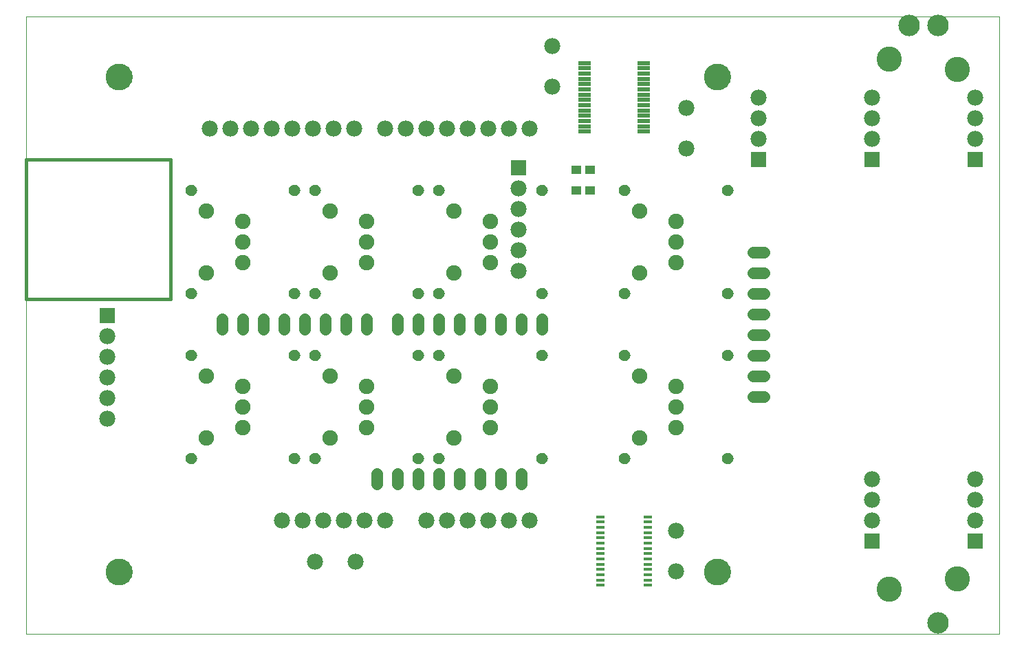
<source format=gbs>
G75*
G70*
%OFA0B0*%
%FSLAX24Y24*%
%IPPOS*%
%LPD*%
%AMOC8*
5,1,8,0,0,1.08239X$1,22.5*
%
%ADD10C,0.0000*%
%ADD11C,0.1300*%
%ADD12C,0.0160*%
%ADD13C,0.0749*%
%ADD14C,0.0552*%
%ADD15R,0.0430X0.0160*%
%ADD16R,0.0631X0.0197*%
%ADD17C,0.0780*%
%ADD18R,0.0473X0.0434*%
%ADD19C,0.1040*%
%ADD20C,0.1221*%
%ADD21R,0.0780X0.0780*%
%ADD22C,0.0560*%
D10*
X000180Y000180D02*
X000180Y016400D01*
X000180Y030101D01*
X047361Y030101D01*
X047361Y000180D01*
X000180Y000180D01*
X004050Y003180D02*
X004052Y003230D01*
X004058Y003280D01*
X004068Y003329D01*
X004082Y003377D01*
X004099Y003424D01*
X004120Y003469D01*
X004145Y003513D01*
X004173Y003554D01*
X004205Y003593D01*
X004239Y003630D01*
X004276Y003664D01*
X004316Y003694D01*
X004358Y003721D01*
X004402Y003745D01*
X004448Y003766D01*
X004495Y003782D01*
X004543Y003795D01*
X004593Y003804D01*
X004642Y003809D01*
X004693Y003810D01*
X004743Y003807D01*
X004792Y003800D01*
X004841Y003789D01*
X004889Y003774D01*
X004935Y003756D01*
X004980Y003734D01*
X005023Y003708D01*
X005064Y003679D01*
X005103Y003647D01*
X005139Y003612D01*
X005171Y003574D01*
X005201Y003534D01*
X005228Y003491D01*
X005251Y003447D01*
X005270Y003401D01*
X005286Y003353D01*
X005298Y003304D01*
X005306Y003255D01*
X005310Y003205D01*
X005310Y003155D01*
X005306Y003105D01*
X005298Y003056D01*
X005286Y003007D01*
X005270Y002959D01*
X005251Y002913D01*
X005228Y002869D01*
X005201Y002826D01*
X005171Y002786D01*
X005139Y002748D01*
X005103Y002713D01*
X005064Y002681D01*
X005023Y002652D01*
X004980Y002626D01*
X004935Y002604D01*
X004889Y002586D01*
X004841Y002571D01*
X004792Y002560D01*
X004743Y002553D01*
X004693Y002550D01*
X004642Y002551D01*
X004593Y002556D01*
X004543Y002565D01*
X004495Y002578D01*
X004448Y002594D01*
X004402Y002615D01*
X004358Y002639D01*
X004316Y002666D01*
X004276Y002696D01*
X004239Y002730D01*
X004205Y002767D01*
X004173Y002806D01*
X004145Y002847D01*
X004120Y002891D01*
X004099Y002936D01*
X004082Y002983D01*
X004068Y003031D01*
X004058Y003080D01*
X004052Y003130D01*
X004050Y003180D01*
X007924Y008680D02*
X007926Y008711D01*
X007932Y008742D01*
X007941Y008772D01*
X007954Y008801D01*
X007971Y008828D01*
X007991Y008852D01*
X008013Y008874D01*
X008039Y008893D01*
X008066Y008909D01*
X008095Y008921D01*
X008125Y008930D01*
X008156Y008935D01*
X008188Y008936D01*
X008219Y008933D01*
X008250Y008926D01*
X008280Y008916D01*
X008308Y008902D01*
X008334Y008884D01*
X008358Y008864D01*
X008379Y008840D01*
X008398Y008815D01*
X008413Y008787D01*
X008424Y008758D01*
X008432Y008727D01*
X008436Y008696D01*
X008436Y008664D01*
X008432Y008633D01*
X008424Y008602D01*
X008413Y008573D01*
X008398Y008545D01*
X008379Y008520D01*
X008358Y008496D01*
X008334Y008476D01*
X008308Y008458D01*
X008280Y008444D01*
X008250Y008434D01*
X008219Y008427D01*
X008188Y008424D01*
X008156Y008425D01*
X008125Y008430D01*
X008095Y008439D01*
X008066Y008451D01*
X008039Y008467D01*
X008013Y008486D01*
X007991Y008508D01*
X007971Y008532D01*
X007954Y008559D01*
X007941Y008588D01*
X007932Y008618D01*
X007926Y008649D01*
X007924Y008680D01*
X012924Y008680D02*
X012926Y008711D01*
X012932Y008742D01*
X012941Y008772D01*
X012954Y008801D01*
X012971Y008828D01*
X012991Y008852D01*
X013013Y008874D01*
X013039Y008893D01*
X013066Y008909D01*
X013095Y008921D01*
X013125Y008930D01*
X013156Y008935D01*
X013188Y008936D01*
X013219Y008933D01*
X013250Y008926D01*
X013280Y008916D01*
X013308Y008902D01*
X013334Y008884D01*
X013358Y008864D01*
X013379Y008840D01*
X013398Y008815D01*
X013413Y008787D01*
X013424Y008758D01*
X013432Y008727D01*
X013436Y008696D01*
X013436Y008664D01*
X013432Y008633D01*
X013424Y008602D01*
X013413Y008573D01*
X013398Y008545D01*
X013379Y008520D01*
X013358Y008496D01*
X013334Y008476D01*
X013308Y008458D01*
X013280Y008444D01*
X013250Y008434D01*
X013219Y008427D01*
X013188Y008424D01*
X013156Y008425D01*
X013125Y008430D01*
X013095Y008439D01*
X013066Y008451D01*
X013039Y008467D01*
X013013Y008486D01*
X012991Y008508D01*
X012971Y008532D01*
X012954Y008559D01*
X012941Y008588D01*
X012932Y008618D01*
X012926Y008649D01*
X012924Y008680D01*
X013924Y008680D02*
X013926Y008711D01*
X013932Y008742D01*
X013941Y008772D01*
X013954Y008801D01*
X013971Y008828D01*
X013991Y008852D01*
X014013Y008874D01*
X014039Y008893D01*
X014066Y008909D01*
X014095Y008921D01*
X014125Y008930D01*
X014156Y008935D01*
X014188Y008936D01*
X014219Y008933D01*
X014250Y008926D01*
X014280Y008916D01*
X014308Y008902D01*
X014334Y008884D01*
X014358Y008864D01*
X014379Y008840D01*
X014398Y008815D01*
X014413Y008787D01*
X014424Y008758D01*
X014432Y008727D01*
X014436Y008696D01*
X014436Y008664D01*
X014432Y008633D01*
X014424Y008602D01*
X014413Y008573D01*
X014398Y008545D01*
X014379Y008520D01*
X014358Y008496D01*
X014334Y008476D01*
X014308Y008458D01*
X014280Y008444D01*
X014250Y008434D01*
X014219Y008427D01*
X014188Y008424D01*
X014156Y008425D01*
X014125Y008430D01*
X014095Y008439D01*
X014066Y008451D01*
X014039Y008467D01*
X014013Y008486D01*
X013991Y008508D01*
X013971Y008532D01*
X013954Y008559D01*
X013941Y008588D01*
X013932Y008618D01*
X013926Y008649D01*
X013924Y008680D01*
X018924Y008680D02*
X018926Y008711D01*
X018932Y008742D01*
X018941Y008772D01*
X018954Y008801D01*
X018971Y008828D01*
X018991Y008852D01*
X019013Y008874D01*
X019039Y008893D01*
X019066Y008909D01*
X019095Y008921D01*
X019125Y008930D01*
X019156Y008935D01*
X019188Y008936D01*
X019219Y008933D01*
X019250Y008926D01*
X019280Y008916D01*
X019308Y008902D01*
X019334Y008884D01*
X019358Y008864D01*
X019379Y008840D01*
X019398Y008815D01*
X019413Y008787D01*
X019424Y008758D01*
X019432Y008727D01*
X019436Y008696D01*
X019436Y008664D01*
X019432Y008633D01*
X019424Y008602D01*
X019413Y008573D01*
X019398Y008545D01*
X019379Y008520D01*
X019358Y008496D01*
X019334Y008476D01*
X019308Y008458D01*
X019280Y008444D01*
X019250Y008434D01*
X019219Y008427D01*
X019188Y008424D01*
X019156Y008425D01*
X019125Y008430D01*
X019095Y008439D01*
X019066Y008451D01*
X019039Y008467D01*
X019013Y008486D01*
X018991Y008508D01*
X018971Y008532D01*
X018954Y008559D01*
X018941Y008588D01*
X018932Y008618D01*
X018926Y008649D01*
X018924Y008680D01*
X019924Y008680D02*
X019926Y008711D01*
X019932Y008742D01*
X019941Y008772D01*
X019954Y008801D01*
X019971Y008828D01*
X019991Y008852D01*
X020013Y008874D01*
X020039Y008893D01*
X020066Y008909D01*
X020095Y008921D01*
X020125Y008930D01*
X020156Y008935D01*
X020188Y008936D01*
X020219Y008933D01*
X020250Y008926D01*
X020280Y008916D01*
X020308Y008902D01*
X020334Y008884D01*
X020358Y008864D01*
X020379Y008840D01*
X020398Y008815D01*
X020413Y008787D01*
X020424Y008758D01*
X020432Y008727D01*
X020436Y008696D01*
X020436Y008664D01*
X020432Y008633D01*
X020424Y008602D01*
X020413Y008573D01*
X020398Y008545D01*
X020379Y008520D01*
X020358Y008496D01*
X020334Y008476D01*
X020308Y008458D01*
X020280Y008444D01*
X020250Y008434D01*
X020219Y008427D01*
X020188Y008424D01*
X020156Y008425D01*
X020125Y008430D01*
X020095Y008439D01*
X020066Y008451D01*
X020039Y008467D01*
X020013Y008486D01*
X019991Y008508D01*
X019971Y008532D01*
X019954Y008559D01*
X019941Y008588D01*
X019932Y008618D01*
X019926Y008649D01*
X019924Y008680D01*
X024924Y008680D02*
X024926Y008711D01*
X024932Y008742D01*
X024941Y008772D01*
X024954Y008801D01*
X024971Y008828D01*
X024991Y008852D01*
X025013Y008874D01*
X025039Y008893D01*
X025066Y008909D01*
X025095Y008921D01*
X025125Y008930D01*
X025156Y008935D01*
X025188Y008936D01*
X025219Y008933D01*
X025250Y008926D01*
X025280Y008916D01*
X025308Y008902D01*
X025334Y008884D01*
X025358Y008864D01*
X025379Y008840D01*
X025398Y008815D01*
X025413Y008787D01*
X025424Y008758D01*
X025432Y008727D01*
X025436Y008696D01*
X025436Y008664D01*
X025432Y008633D01*
X025424Y008602D01*
X025413Y008573D01*
X025398Y008545D01*
X025379Y008520D01*
X025358Y008496D01*
X025334Y008476D01*
X025308Y008458D01*
X025280Y008444D01*
X025250Y008434D01*
X025219Y008427D01*
X025188Y008424D01*
X025156Y008425D01*
X025125Y008430D01*
X025095Y008439D01*
X025066Y008451D01*
X025039Y008467D01*
X025013Y008486D01*
X024991Y008508D01*
X024971Y008532D01*
X024954Y008559D01*
X024941Y008588D01*
X024932Y008618D01*
X024926Y008649D01*
X024924Y008680D01*
X028924Y008680D02*
X028926Y008711D01*
X028932Y008742D01*
X028941Y008772D01*
X028954Y008801D01*
X028971Y008828D01*
X028991Y008852D01*
X029013Y008874D01*
X029039Y008893D01*
X029066Y008909D01*
X029095Y008921D01*
X029125Y008930D01*
X029156Y008935D01*
X029188Y008936D01*
X029219Y008933D01*
X029250Y008926D01*
X029280Y008916D01*
X029308Y008902D01*
X029334Y008884D01*
X029358Y008864D01*
X029379Y008840D01*
X029398Y008815D01*
X029413Y008787D01*
X029424Y008758D01*
X029432Y008727D01*
X029436Y008696D01*
X029436Y008664D01*
X029432Y008633D01*
X029424Y008602D01*
X029413Y008573D01*
X029398Y008545D01*
X029379Y008520D01*
X029358Y008496D01*
X029334Y008476D01*
X029308Y008458D01*
X029280Y008444D01*
X029250Y008434D01*
X029219Y008427D01*
X029188Y008424D01*
X029156Y008425D01*
X029125Y008430D01*
X029095Y008439D01*
X029066Y008451D01*
X029039Y008467D01*
X029013Y008486D01*
X028991Y008508D01*
X028971Y008532D01*
X028954Y008559D01*
X028941Y008588D01*
X028932Y008618D01*
X028926Y008649D01*
X028924Y008680D01*
X033924Y008680D02*
X033926Y008711D01*
X033932Y008742D01*
X033941Y008772D01*
X033954Y008801D01*
X033971Y008828D01*
X033991Y008852D01*
X034013Y008874D01*
X034039Y008893D01*
X034066Y008909D01*
X034095Y008921D01*
X034125Y008930D01*
X034156Y008935D01*
X034188Y008936D01*
X034219Y008933D01*
X034250Y008926D01*
X034280Y008916D01*
X034308Y008902D01*
X034334Y008884D01*
X034358Y008864D01*
X034379Y008840D01*
X034398Y008815D01*
X034413Y008787D01*
X034424Y008758D01*
X034432Y008727D01*
X034436Y008696D01*
X034436Y008664D01*
X034432Y008633D01*
X034424Y008602D01*
X034413Y008573D01*
X034398Y008545D01*
X034379Y008520D01*
X034358Y008496D01*
X034334Y008476D01*
X034308Y008458D01*
X034280Y008444D01*
X034250Y008434D01*
X034219Y008427D01*
X034188Y008424D01*
X034156Y008425D01*
X034125Y008430D01*
X034095Y008439D01*
X034066Y008451D01*
X034039Y008467D01*
X034013Y008486D01*
X033991Y008508D01*
X033971Y008532D01*
X033954Y008559D01*
X033941Y008588D01*
X033932Y008618D01*
X033926Y008649D01*
X033924Y008680D01*
X033924Y013680D02*
X033926Y013711D01*
X033932Y013742D01*
X033941Y013772D01*
X033954Y013801D01*
X033971Y013828D01*
X033991Y013852D01*
X034013Y013874D01*
X034039Y013893D01*
X034066Y013909D01*
X034095Y013921D01*
X034125Y013930D01*
X034156Y013935D01*
X034188Y013936D01*
X034219Y013933D01*
X034250Y013926D01*
X034280Y013916D01*
X034308Y013902D01*
X034334Y013884D01*
X034358Y013864D01*
X034379Y013840D01*
X034398Y013815D01*
X034413Y013787D01*
X034424Y013758D01*
X034432Y013727D01*
X034436Y013696D01*
X034436Y013664D01*
X034432Y013633D01*
X034424Y013602D01*
X034413Y013573D01*
X034398Y013545D01*
X034379Y013520D01*
X034358Y013496D01*
X034334Y013476D01*
X034308Y013458D01*
X034280Y013444D01*
X034250Y013434D01*
X034219Y013427D01*
X034188Y013424D01*
X034156Y013425D01*
X034125Y013430D01*
X034095Y013439D01*
X034066Y013451D01*
X034039Y013467D01*
X034013Y013486D01*
X033991Y013508D01*
X033971Y013532D01*
X033954Y013559D01*
X033941Y013588D01*
X033932Y013618D01*
X033926Y013649D01*
X033924Y013680D01*
X033924Y016680D02*
X033926Y016711D01*
X033932Y016742D01*
X033941Y016772D01*
X033954Y016801D01*
X033971Y016828D01*
X033991Y016852D01*
X034013Y016874D01*
X034039Y016893D01*
X034066Y016909D01*
X034095Y016921D01*
X034125Y016930D01*
X034156Y016935D01*
X034188Y016936D01*
X034219Y016933D01*
X034250Y016926D01*
X034280Y016916D01*
X034308Y016902D01*
X034334Y016884D01*
X034358Y016864D01*
X034379Y016840D01*
X034398Y016815D01*
X034413Y016787D01*
X034424Y016758D01*
X034432Y016727D01*
X034436Y016696D01*
X034436Y016664D01*
X034432Y016633D01*
X034424Y016602D01*
X034413Y016573D01*
X034398Y016545D01*
X034379Y016520D01*
X034358Y016496D01*
X034334Y016476D01*
X034308Y016458D01*
X034280Y016444D01*
X034250Y016434D01*
X034219Y016427D01*
X034188Y016424D01*
X034156Y016425D01*
X034125Y016430D01*
X034095Y016439D01*
X034066Y016451D01*
X034039Y016467D01*
X034013Y016486D01*
X033991Y016508D01*
X033971Y016532D01*
X033954Y016559D01*
X033941Y016588D01*
X033932Y016618D01*
X033926Y016649D01*
X033924Y016680D01*
X028924Y016680D02*
X028926Y016711D01*
X028932Y016742D01*
X028941Y016772D01*
X028954Y016801D01*
X028971Y016828D01*
X028991Y016852D01*
X029013Y016874D01*
X029039Y016893D01*
X029066Y016909D01*
X029095Y016921D01*
X029125Y016930D01*
X029156Y016935D01*
X029188Y016936D01*
X029219Y016933D01*
X029250Y016926D01*
X029280Y016916D01*
X029308Y016902D01*
X029334Y016884D01*
X029358Y016864D01*
X029379Y016840D01*
X029398Y016815D01*
X029413Y016787D01*
X029424Y016758D01*
X029432Y016727D01*
X029436Y016696D01*
X029436Y016664D01*
X029432Y016633D01*
X029424Y016602D01*
X029413Y016573D01*
X029398Y016545D01*
X029379Y016520D01*
X029358Y016496D01*
X029334Y016476D01*
X029308Y016458D01*
X029280Y016444D01*
X029250Y016434D01*
X029219Y016427D01*
X029188Y016424D01*
X029156Y016425D01*
X029125Y016430D01*
X029095Y016439D01*
X029066Y016451D01*
X029039Y016467D01*
X029013Y016486D01*
X028991Y016508D01*
X028971Y016532D01*
X028954Y016559D01*
X028941Y016588D01*
X028932Y016618D01*
X028926Y016649D01*
X028924Y016680D01*
X024924Y016680D02*
X024926Y016711D01*
X024932Y016742D01*
X024941Y016772D01*
X024954Y016801D01*
X024971Y016828D01*
X024991Y016852D01*
X025013Y016874D01*
X025039Y016893D01*
X025066Y016909D01*
X025095Y016921D01*
X025125Y016930D01*
X025156Y016935D01*
X025188Y016936D01*
X025219Y016933D01*
X025250Y016926D01*
X025280Y016916D01*
X025308Y016902D01*
X025334Y016884D01*
X025358Y016864D01*
X025379Y016840D01*
X025398Y016815D01*
X025413Y016787D01*
X025424Y016758D01*
X025432Y016727D01*
X025436Y016696D01*
X025436Y016664D01*
X025432Y016633D01*
X025424Y016602D01*
X025413Y016573D01*
X025398Y016545D01*
X025379Y016520D01*
X025358Y016496D01*
X025334Y016476D01*
X025308Y016458D01*
X025280Y016444D01*
X025250Y016434D01*
X025219Y016427D01*
X025188Y016424D01*
X025156Y016425D01*
X025125Y016430D01*
X025095Y016439D01*
X025066Y016451D01*
X025039Y016467D01*
X025013Y016486D01*
X024991Y016508D01*
X024971Y016532D01*
X024954Y016559D01*
X024941Y016588D01*
X024932Y016618D01*
X024926Y016649D01*
X024924Y016680D01*
X024924Y013680D02*
X024926Y013711D01*
X024932Y013742D01*
X024941Y013772D01*
X024954Y013801D01*
X024971Y013828D01*
X024991Y013852D01*
X025013Y013874D01*
X025039Y013893D01*
X025066Y013909D01*
X025095Y013921D01*
X025125Y013930D01*
X025156Y013935D01*
X025188Y013936D01*
X025219Y013933D01*
X025250Y013926D01*
X025280Y013916D01*
X025308Y013902D01*
X025334Y013884D01*
X025358Y013864D01*
X025379Y013840D01*
X025398Y013815D01*
X025413Y013787D01*
X025424Y013758D01*
X025432Y013727D01*
X025436Y013696D01*
X025436Y013664D01*
X025432Y013633D01*
X025424Y013602D01*
X025413Y013573D01*
X025398Y013545D01*
X025379Y013520D01*
X025358Y013496D01*
X025334Y013476D01*
X025308Y013458D01*
X025280Y013444D01*
X025250Y013434D01*
X025219Y013427D01*
X025188Y013424D01*
X025156Y013425D01*
X025125Y013430D01*
X025095Y013439D01*
X025066Y013451D01*
X025039Y013467D01*
X025013Y013486D01*
X024991Y013508D01*
X024971Y013532D01*
X024954Y013559D01*
X024941Y013588D01*
X024932Y013618D01*
X024926Y013649D01*
X024924Y013680D01*
X028924Y013680D02*
X028926Y013711D01*
X028932Y013742D01*
X028941Y013772D01*
X028954Y013801D01*
X028971Y013828D01*
X028991Y013852D01*
X029013Y013874D01*
X029039Y013893D01*
X029066Y013909D01*
X029095Y013921D01*
X029125Y013930D01*
X029156Y013935D01*
X029188Y013936D01*
X029219Y013933D01*
X029250Y013926D01*
X029280Y013916D01*
X029308Y013902D01*
X029334Y013884D01*
X029358Y013864D01*
X029379Y013840D01*
X029398Y013815D01*
X029413Y013787D01*
X029424Y013758D01*
X029432Y013727D01*
X029436Y013696D01*
X029436Y013664D01*
X029432Y013633D01*
X029424Y013602D01*
X029413Y013573D01*
X029398Y013545D01*
X029379Y013520D01*
X029358Y013496D01*
X029334Y013476D01*
X029308Y013458D01*
X029280Y013444D01*
X029250Y013434D01*
X029219Y013427D01*
X029188Y013424D01*
X029156Y013425D01*
X029125Y013430D01*
X029095Y013439D01*
X029066Y013451D01*
X029039Y013467D01*
X029013Y013486D01*
X028991Y013508D01*
X028971Y013532D01*
X028954Y013559D01*
X028941Y013588D01*
X028932Y013618D01*
X028926Y013649D01*
X028924Y013680D01*
X019924Y013680D02*
X019926Y013711D01*
X019932Y013742D01*
X019941Y013772D01*
X019954Y013801D01*
X019971Y013828D01*
X019991Y013852D01*
X020013Y013874D01*
X020039Y013893D01*
X020066Y013909D01*
X020095Y013921D01*
X020125Y013930D01*
X020156Y013935D01*
X020188Y013936D01*
X020219Y013933D01*
X020250Y013926D01*
X020280Y013916D01*
X020308Y013902D01*
X020334Y013884D01*
X020358Y013864D01*
X020379Y013840D01*
X020398Y013815D01*
X020413Y013787D01*
X020424Y013758D01*
X020432Y013727D01*
X020436Y013696D01*
X020436Y013664D01*
X020432Y013633D01*
X020424Y013602D01*
X020413Y013573D01*
X020398Y013545D01*
X020379Y013520D01*
X020358Y013496D01*
X020334Y013476D01*
X020308Y013458D01*
X020280Y013444D01*
X020250Y013434D01*
X020219Y013427D01*
X020188Y013424D01*
X020156Y013425D01*
X020125Y013430D01*
X020095Y013439D01*
X020066Y013451D01*
X020039Y013467D01*
X020013Y013486D01*
X019991Y013508D01*
X019971Y013532D01*
X019954Y013559D01*
X019941Y013588D01*
X019932Y013618D01*
X019926Y013649D01*
X019924Y013680D01*
X018924Y013680D02*
X018926Y013711D01*
X018932Y013742D01*
X018941Y013772D01*
X018954Y013801D01*
X018971Y013828D01*
X018991Y013852D01*
X019013Y013874D01*
X019039Y013893D01*
X019066Y013909D01*
X019095Y013921D01*
X019125Y013930D01*
X019156Y013935D01*
X019188Y013936D01*
X019219Y013933D01*
X019250Y013926D01*
X019280Y013916D01*
X019308Y013902D01*
X019334Y013884D01*
X019358Y013864D01*
X019379Y013840D01*
X019398Y013815D01*
X019413Y013787D01*
X019424Y013758D01*
X019432Y013727D01*
X019436Y013696D01*
X019436Y013664D01*
X019432Y013633D01*
X019424Y013602D01*
X019413Y013573D01*
X019398Y013545D01*
X019379Y013520D01*
X019358Y013496D01*
X019334Y013476D01*
X019308Y013458D01*
X019280Y013444D01*
X019250Y013434D01*
X019219Y013427D01*
X019188Y013424D01*
X019156Y013425D01*
X019125Y013430D01*
X019095Y013439D01*
X019066Y013451D01*
X019039Y013467D01*
X019013Y013486D01*
X018991Y013508D01*
X018971Y013532D01*
X018954Y013559D01*
X018941Y013588D01*
X018932Y013618D01*
X018926Y013649D01*
X018924Y013680D01*
X018924Y016680D02*
X018926Y016711D01*
X018932Y016742D01*
X018941Y016772D01*
X018954Y016801D01*
X018971Y016828D01*
X018991Y016852D01*
X019013Y016874D01*
X019039Y016893D01*
X019066Y016909D01*
X019095Y016921D01*
X019125Y016930D01*
X019156Y016935D01*
X019188Y016936D01*
X019219Y016933D01*
X019250Y016926D01*
X019280Y016916D01*
X019308Y016902D01*
X019334Y016884D01*
X019358Y016864D01*
X019379Y016840D01*
X019398Y016815D01*
X019413Y016787D01*
X019424Y016758D01*
X019432Y016727D01*
X019436Y016696D01*
X019436Y016664D01*
X019432Y016633D01*
X019424Y016602D01*
X019413Y016573D01*
X019398Y016545D01*
X019379Y016520D01*
X019358Y016496D01*
X019334Y016476D01*
X019308Y016458D01*
X019280Y016444D01*
X019250Y016434D01*
X019219Y016427D01*
X019188Y016424D01*
X019156Y016425D01*
X019125Y016430D01*
X019095Y016439D01*
X019066Y016451D01*
X019039Y016467D01*
X019013Y016486D01*
X018991Y016508D01*
X018971Y016532D01*
X018954Y016559D01*
X018941Y016588D01*
X018932Y016618D01*
X018926Y016649D01*
X018924Y016680D01*
X019924Y016680D02*
X019926Y016711D01*
X019932Y016742D01*
X019941Y016772D01*
X019954Y016801D01*
X019971Y016828D01*
X019991Y016852D01*
X020013Y016874D01*
X020039Y016893D01*
X020066Y016909D01*
X020095Y016921D01*
X020125Y016930D01*
X020156Y016935D01*
X020188Y016936D01*
X020219Y016933D01*
X020250Y016926D01*
X020280Y016916D01*
X020308Y016902D01*
X020334Y016884D01*
X020358Y016864D01*
X020379Y016840D01*
X020398Y016815D01*
X020413Y016787D01*
X020424Y016758D01*
X020432Y016727D01*
X020436Y016696D01*
X020436Y016664D01*
X020432Y016633D01*
X020424Y016602D01*
X020413Y016573D01*
X020398Y016545D01*
X020379Y016520D01*
X020358Y016496D01*
X020334Y016476D01*
X020308Y016458D01*
X020280Y016444D01*
X020250Y016434D01*
X020219Y016427D01*
X020188Y016424D01*
X020156Y016425D01*
X020125Y016430D01*
X020095Y016439D01*
X020066Y016451D01*
X020039Y016467D01*
X020013Y016486D01*
X019991Y016508D01*
X019971Y016532D01*
X019954Y016559D01*
X019941Y016588D01*
X019932Y016618D01*
X019926Y016649D01*
X019924Y016680D01*
X013924Y016680D02*
X013926Y016711D01*
X013932Y016742D01*
X013941Y016772D01*
X013954Y016801D01*
X013971Y016828D01*
X013991Y016852D01*
X014013Y016874D01*
X014039Y016893D01*
X014066Y016909D01*
X014095Y016921D01*
X014125Y016930D01*
X014156Y016935D01*
X014188Y016936D01*
X014219Y016933D01*
X014250Y016926D01*
X014280Y016916D01*
X014308Y016902D01*
X014334Y016884D01*
X014358Y016864D01*
X014379Y016840D01*
X014398Y016815D01*
X014413Y016787D01*
X014424Y016758D01*
X014432Y016727D01*
X014436Y016696D01*
X014436Y016664D01*
X014432Y016633D01*
X014424Y016602D01*
X014413Y016573D01*
X014398Y016545D01*
X014379Y016520D01*
X014358Y016496D01*
X014334Y016476D01*
X014308Y016458D01*
X014280Y016444D01*
X014250Y016434D01*
X014219Y016427D01*
X014188Y016424D01*
X014156Y016425D01*
X014125Y016430D01*
X014095Y016439D01*
X014066Y016451D01*
X014039Y016467D01*
X014013Y016486D01*
X013991Y016508D01*
X013971Y016532D01*
X013954Y016559D01*
X013941Y016588D01*
X013932Y016618D01*
X013926Y016649D01*
X013924Y016680D01*
X012924Y016680D02*
X012926Y016711D01*
X012932Y016742D01*
X012941Y016772D01*
X012954Y016801D01*
X012971Y016828D01*
X012991Y016852D01*
X013013Y016874D01*
X013039Y016893D01*
X013066Y016909D01*
X013095Y016921D01*
X013125Y016930D01*
X013156Y016935D01*
X013188Y016936D01*
X013219Y016933D01*
X013250Y016926D01*
X013280Y016916D01*
X013308Y016902D01*
X013334Y016884D01*
X013358Y016864D01*
X013379Y016840D01*
X013398Y016815D01*
X013413Y016787D01*
X013424Y016758D01*
X013432Y016727D01*
X013436Y016696D01*
X013436Y016664D01*
X013432Y016633D01*
X013424Y016602D01*
X013413Y016573D01*
X013398Y016545D01*
X013379Y016520D01*
X013358Y016496D01*
X013334Y016476D01*
X013308Y016458D01*
X013280Y016444D01*
X013250Y016434D01*
X013219Y016427D01*
X013188Y016424D01*
X013156Y016425D01*
X013125Y016430D01*
X013095Y016439D01*
X013066Y016451D01*
X013039Y016467D01*
X013013Y016486D01*
X012991Y016508D01*
X012971Y016532D01*
X012954Y016559D01*
X012941Y016588D01*
X012932Y016618D01*
X012926Y016649D01*
X012924Y016680D01*
X012924Y013680D02*
X012926Y013711D01*
X012932Y013742D01*
X012941Y013772D01*
X012954Y013801D01*
X012971Y013828D01*
X012991Y013852D01*
X013013Y013874D01*
X013039Y013893D01*
X013066Y013909D01*
X013095Y013921D01*
X013125Y013930D01*
X013156Y013935D01*
X013188Y013936D01*
X013219Y013933D01*
X013250Y013926D01*
X013280Y013916D01*
X013308Y013902D01*
X013334Y013884D01*
X013358Y013864D01*
X013379Y013840D01*
X013398Y013815D01*
X013413Y013787D01*
X013424Y013758D01*
X013432Y013727D01*
X013436Y013696D01*
X013436Y013664D01*
X013432Y013633D01*
X013424Y013602D01*
X013413Y013573D01*
X013398Y013545D01*
X013379Y013520D01*
X013358Y013496D01*
X013334Y013476D01*
X013308Y013458D01*
X013280Y013444D01*
X013250Y013434D01*
X013219Y013427D01*
X013188Y013424D01*
X013156Y013425D01*
X013125Y013430D01*
X013095Y013439D01*
X013066Y013451D01*
X013039Y013467D01*
X013013Y013486D01*
X012991Y013508D01*
X012971Y013532D01*
X012954Y013559D01*
X012941Y013588D01*
X012932Y013618D01*
X012926Y013649D01*
X012924Y013680D01*
X013924Y013680D02*
X013926Y013711D01*
X013932Y013742D01*
X013941Y013772D01*
X013954Y013801D01*
X013971Y013828D01*
X013991Y013852D01*
X014013Y013874D01*
X014039Y013893D01*
X014066Y013909D01*
X014095Y013921D01*
X014125Y013930D01*
X014156Y013935D01*
X014188Y013936D01*
X014219Y013933D01*
X014250Y013926D01*
X014280Y013916D01*
X014308Y013902D01*
X014334Y013884D01*
X014358Y013864D01*
X014379Y013840D01*
X014398Y013815D01*
X014413Y013787D01*
X014424Y013758D01*
X014432Y013727D01*
X014436Y013696D01*
X014436Y013664D01*
X014432Y013633D01*
X014424Y013602D01*
X014413Y013573D01*
X014398Y013545D01*
X014379Y013520D01*
X014358Y013496D01*
X014334Y013476D01*
X014308Y013458D01*
X014280Y013444D01*
X014250Y013434D01*
X014219Y013427D01*
X014188Y013424D01*
X014156Y013425D01*
X014125Y013430D01*
X014095Y013439D01*
X014066Y013451D01*
X014039Y013467D01*
X014013Y013486D01*
X013991Y013508D01*
X013971Y013532D01*
X013954Y013559D01*
X013941Y013588D01*
X013932Y013618D01*
X013926Y013649D01*
X013924Y013680D01*
X007924Y013680D02*
X007926Y013711D01*
X007932Y013742D01*
X007941Y013772D01*
X007954Y013801D01*
X007971Y013828D01*
X007991Y013852D01*
X008013Y013874D01*
X008039Y013893D01*
X008066Y013909D01*
X008095Y013921D01*
X008125Y013930D01*
X008156Y013935D01*
X008188Y013936D01*
X008219Y013933D01*
X008250Y013926D01*
X008280Y013916D01*
X008308Y013902D01*
X008334Y013884D01*
X008358Y013864D01*
X008379Y013840D01*
X008398Y013815D01*
X008413Y013787D01*
X008424Y013758D01*
X008432Y013727D01*
X008436Y013696D01*
X008436Y013664D01*
X008432Y013633D01*
X008424Y013602D01*
X008413Y013573D01*
X008398Y013545D01*
X008379Y013520D01*
X008358Y013496D01*
X008334Y013476D01*
X008308Y013458D01*
X008280Y013444D01*
X008250Y013434D01*
X008219Y013427D01*
X008188Y013424D01*
X008156Y013425D01*
X008125Y013430D01*
X008095Y013439D01*
X008066Y013451D01*
X008039Y013467D01*
X008013Y013486D01*
X007991Y013508D01*
X007971Y013532D01*
X007954Y013559D01*
X007941Y013588D01*
X007932Y013618D01*
X007926Y013649D01*
X007924Y013680D01*
X007924Y016680D02*
X007926Y016711D01*
X007932Y016742D01*
X007941Y016772D01*
X007954Y016801D01*
X007971Y016828D01*
X007991Y016852D01*
X008013Y016874D01*
X008039Y016893D01*
X008066Y016909D01*
X008095Y016921D01*
X008125Y016930D01*
X008156Y016935D01*
X008188Y016936D01*
X008219Y016933D01*
X008250Y016926D01*
X008280Y016916D01*
X008308Y016902D01*
X008334Y016884D01*
X008358Y016864D01*
X008379Y016840D01*
X008398Y016815D01*
X008413Y016787D01*
X008424Y016758D01*
X008432Y016727D01*
X008436Y016696D01*
X008436Y016664D01*
X008432Y016633D01*
X008424Y016602D01*
X008413Y016573D01*
X008398Y016545D01*
X008379Y016520D01*
X008358Y016496D01*
X008334Y016476D01*
X008308Y016458D01*
X008280Y016444D01*
X008250Y016434D01*
X008219Y016427D01*
X008188Y016424D01*
X008156Y016425D01*
X008125Y016430D01*
X008095Y016439D01*
X008066Y016451D01*
X008039Y016467D01*
X008013Y016486D01*
X007991Y016508D01*
X007971Y016532D01*
X007954Y016559D01*
X007941Y016588D01*
X007932Y016618D01*
X007926Y016649D01*
X007924Y016680D01*
X007924Y021680D02*
X007926Y021711D01*
X007932Y021742D01*
X007941Y021772D01*
X007954Y021801D01*
X007971Y021828D01*
X007991Y021852D01*
X008013Y021874D01*
X008039Y021893D01*
X008066Y021909D01*
X008095Y021921D01*
X008125Y021930D01*
X008156Y021935D01*
X008188Y021936D01*
X008219Y021933D01*
X008250Y021926D01*
X008280Y021916D01*
X008308Y021902D01*
X008334Y021884D01*
X008358Y021864D01*
X008379Y021840D01*
X008398Y021815D01*
X008413Y021787D01*
X008424Y021758D01*
X008432Y021727D01*
X008436Y021696D01*
X008436Y021664D01*
X008432Y021633D01*
X008424Y021602D01*
X008413Y021573D01*
X008398Y021545D01*
X008379Y021520D01*
X008358Y021496D01*
X008334Y021476D01*
X008308Y021458D01*
X008280Y021444D01*
X008250Y021434D01*
X008219Y021427D01*
X008188Y021424D01*
X008156Y021425D01*
X008125Y021430D01*
X008095Y021439D01*
X008066Y021451D01*
X008039Y021467D01*
X008013Y021486D01*
X007991Y021508D01*
X007971Y021532D01*
X007954Y021559D01*
X007941Y021588D01*
X007932Y021618D01*
X007926Y021649D01*
X007924Y021680D01*
X012924Y021680D02*
X012926Y021711D01*
X012932Y021742D01*
X012941Y021772D01*
X012954Y021801D01*
X012971Y021828D01*
X012991Y021852D01*
X013013Y021874D01*
X013039Y021893D01*
X013066Y021909D01*
X013095Y021921D01*
X013125Y021930D01*
X013156Y021935D01*
X013188Y021936D01*
X013219Y021933D01*
X013250Y021926D01*
X013280Y021916D01*
X013308Y021902D01*
X013334Y021884D01*
X013358Y021864D01*
X013379Y021840D01*
X013398Y021815D01*
X013413Y021787D01*
X013424Y021758D01*
X013432Y021727D01*
X013436Y021696D01*
X013436Y021664D01*
X013432Y021633D01*
X013424Y021602D01*
X013413Y021573D01*
X013398Y021545D01*
X013379Y021520D01*
X013358Y021496D01*
X013334Y021476D01*
X013308Y021458D01*
X013280Y021444D01*
X013250Y021434D01*
X013219Y021427D01*
X013188Y021424D01*
X013156Y021425D01*
X013125Y021430D01*
X013095Y021439D01*
X013066Y021451D01*
X013039Y021467D01*
X013013Y021486D01*
X012991Y021508D01*
X012971Y021532D01*
X012954Y021559D01*
X012941Y021588D01*
X012932Y021618D01*
X012926Y021649D01*
X012924Y021680D01*
X013924Y021680D02*
X013926Y021711D01*
X013932Y021742D01*
X013941Y021772D01*
X013954Y021801D01*
X013971Y021828D01*
X013991Y021852D01*
X014013Y021874D01*
X014039Y021893D01*
X014066Y021909D01*
X014095Y021921D01*
X014125Y021930D01*
X014156Y021935D01*
X014188Y021936D01*
X014219Y021933D01*
X014250Y021926D01*
X014280Y021916D01*
X014308Y021902D01*
X014334Y021884D01*
X014358Y021864D01*
X014379Y021840D01*
X014398Y021815D01*
X014413Y021787D01*
X014424Y021758D01*
X014432Y021727D01*
X014436Y021696D01*
X014436Y021664D01*
X014432Y021633D01*
X014424Y021602D01*
X014413Y021573D01*
X014398Y021545D01*
X014379Y021520D01*
X014358Y021496D01*
X014334Y021476D01*
X014308Y021458D01*
X014280Y021444D01*
X014250Y021434D01*
X014219Y021427D01*
X014188Y021424D01*
X014156Y021425D01*
X014125Y021430D01*
X014095Y021439D01*
X014066Y021451D01*
X014039Y021467D01*
X014013Y021486D01*
X013991Y021508D01*
X013971Y021532D01*
X013954Y021559D01*
X013941Y021588D01*
X013932Y021618D01*
X013926Y021649D01*
X013924Y021680D01*
X018924Y021680D02*
X018926Y021711D01*
X018932Y021742D01*
X018941Y021772D01*
X018954Y021801D01*
X018971Y021828D01*
X018991Y021852D01*
X019013Y021874D01*
X019039Y021893D01*
X019066Y021909D01*
X019095Y021921D01*
X019125Y021930D01*
X019156Y021935D01*
X019188Y021936D01*
X019219Y021933D01*
X019250Y021926D01*
X019280Y021916D01*
X019308Y021902D01*
X019334Y021884D01*
X019358Y021864D01*
X019379Y021840D01*
X019398Y021815D01*
X019413Y021787D01*
X019424Y021758D01*
X019432Y021727D01*
X019436Y021696D01*
X019436Y021664D01*
X019432Y021633D01*
X019424Y021602D01*
X019413Y021573D01*
X019398Y021545D01*
X019379Y021520D01*
X019358Y021496D01*
X019334Y021476D01*
X019308Y021458D01*
X019280Y021444D01*
X019250Y021434D01*
X019219Y021427D01*
X019188Y021424D01*
X019156Y021425D01*
X019125Y021430D01*
X019095Y021439D01*
X019066Y021451D01*
X019039Y021467D01*
X019013Y021486D01*
X018991Y021508D01*
X018971Y021532D01*
X018954Y021559D01*
X018941Y021588D01*
X018932Y021618D01*
X018926Y021649D01*
X018924Y021680D01*
X019924Y021680D02*
X019926Y021711D01*
X019932Y021742D01*
X019941Y021772D01*
X019954Y021801D01*
X019971Y021828D01*
X019991Y021852D01*
X020013Y021874D01*
X020039Y021893D01*
X020066Y021909D01*
X020095Y021921D01*
X020125Y021930D01*
X020156Y021935D01*
X020188Y021936D01*
X020219Y021933D01*
X020250Y021926D01*
X020280Y021916D01*
X020308Y021902D01*
X020334Y021884D01*
X020358Y021864D01*
X020379Y021840D01*
X020398Y021815D01*
X020413Y021787D01*
X020424Y021758D01*
X020432Y021727D01*
X020436Y021696D01*
X020436Y021664D01*
X020432Y021633D01*
X020424Y021602D01*
X020413Y021573D01*
X020398Y021545D01*
X020379Y021520D01*
X020358Y021496D01*
X020334Y021476D01*
X020308Y021458D01*
X020280Y021444D01*
X020250Y021434D01*
X020219Y021427D01*
X020188Y021424D01*
X020156Y021425D01*
X020125Y021430D01*
X020095Y021439D01*
X020066Y021451D01*
X020039Y021467D01*
X020013Y021486D01*
X019991Y021508D01*
X019971Y021532D01*
X019954Y021559D01*
X019941Y021588D01*
X019932Y021618D01*
X019926Y021649D01*
X019924Y021680D01*
X024924Y021680D02*
X024926Y021711D01*
X024932Y021742D01*
X024941Y021772D01*
X024954Y021801D01*
X024971Y021828D01*
X024991Y021852D01*
X025013Y021874D01*
X025039Y021893D01*
X025066Y021909D01*
X025095Y021921D01*
X025125Y021930D01*
X025156Y021935D01*
X025188Y021936D01*
X025219Y021933D01*
X025250Y021926D01*
X025280Y021916D01*
X025308Y021902D01*
X025334Y021884D01*
X025358Y021864D01*
X025379Y021840D01*
X025398Y021815D01*
X025413Y021787D01*
X025424Y021758D01*
X025432Y021727D01*
X025436Y021696D01*
X025436Y021664D01*
X025432Y021633D01*
X025424Y021602D01*
X025413Y021573D01*
X025398Y021545D01*
X025379Y021520D01*
X025358Y021496D01*
X025334Y021476D01*
X025308Y021458D01*
X025280Y021444D01*
X025250Y021434D01*
X025219Y021427D01*
X025188Y021424D01*
X025156Y021425D01*
X025125Y021430D01*
X025095Y021439D01*
X025066Y021451D01*
X025039Y021467D01*
X025013Y021486D01*
X024991Y021508D01*
X024971Y021532D01*
X024954Y021559D01*
X024941Y021588D01*
X024932Y021618D01*
X024926Y021649D01*
X024924Y021680D01*
X028924Y021680D02*
X028926Y021711D01*
X028932Y021742D01*
X028941Y021772D01*
X028954Y021801D01*
X028971Y021828D01*
X028991Y021852D01*
X029013Y021874D01*
X029039Y021893D01*
X029066Y021909D01*
X029095Y021921D01*
X029125Y021930D01*
X029156Y021935D01*
X029188Y021936D01*
X029219Y021933D01*
X029250Y021926D01*
X029280Y021916D01*
X029308Y021902D01*
X029334Y021884D01*
X029358Y021864D01*
X029379Y021840D01*
X029398Y021815D01*
X029413Y021787D01*
X029424Y021758D01*
X029432Y021727D01*
X029436Y021696D01*
X029436Y021664D01*
X029432Y021633D01*
X029424Y021602D01*
X029413Y021573D01*
X029398Y021545D01*
X029379Y021520D01*
X029358Y021496D01*
X029334Y021476D01*
X029308Y021458D01*
X029280Y021444D01*
X029250Y021434D01*
X029219Y021427D01*
X029188Y021424D01*
X029156Y021425D01*
X029125Y021430D01*
X029095Y021439D01*
X029066Y021451D01*
X029039Y021467D01*
X029013Y021486D01*
X028991Y021508D01*
X028971Y021532D01*
X028954Y021559D01*
X028941Y021588D01*
X028932Y021618D01*
X028926Y021649D01*
X028924Y021680D01*
X033924Y021680D02*
X033926Y021711D01*
X033932Y021742D01*
X033941Y021772D01*
X033954Y021801D01*
X033971Y021828D01*
X033991Y021852D01*
X034013Y021874D01*
X034039Y021893D01*
X034066Y021909D01*
X034095Y021921D01*
X034125Y021930D01*
X034156Y021935D01*
X034188Y021936D01*
X034219Y021933D01*
X034250Y021926D01*
X034280Y021916D01*
X034308Y021902D01*
X034334Y021884D01*
X034358Y021864D01*
X034379Y021840D01*
X034398Y021815D01*
X034413Y021787D01*
X034424Y021758D01*
X034432Y021727D01*
X034436Y021696D01*
X034436Y021664D01*
X034432Y021633D01*
X034424Y021602D01*
X034413Y021573D01*
X034398Y021545D01*
X034379Y021520D01*
X034358Y021496D01*
X034334Y021476D01*
X034308Y021458D01*
X034280Y021444D01*
X034250Y021434D01*
X034219Y021427D01*
X034188Y021424D01*
X034156Y021425D01*
X034125Y021430D01*
X034095Y021439D01*
X034066Y021451D01*
X034039Y021467D01*
X034013Y021486D01*
X033991Y021508D01*
X033971Y021532D01*
X033954Y021559D01*
X033941Y021588D01*
X033932Y021618D01*
X033926Y021649D01*
X033924Y021680D01*
X033050Y027180D02*
X033052Y027230D01*
X033058Y027280D01*
X033068Y027329D01*
X033082Y027377D01*
X033099Y027424D01*
X033120Y027469D01*
X033145Y027513D01*
X033173Y027554D01*
X033205Y027593D01*
X033239Y027630D01*
X033276Y027664D01*
X033316Y027694D01*
X033358Y027721D01*
X033402Y027745D01*
X033448Y027766D01*
X033495Y027782D01*
X033543Y027795D01*
X033593Y027804D01*
X033642Y027809D01*
X033693Y027810D01*
X033743Y027807D01*
X033792Y027800D01*
X033841Y027789D01*
X033889Y027774D01*
X033935Y027756D01*
X033980Y027734D01*
X034023Y027708D01*
X034064Y027679D01*
X034103Y027647D01*
X034139Y027612D01*
X034171Y027574D01*
X034201Y027534D01*
X034228Y027491D01*
X034251Y027447D01*
X034270Y027401D01*
X034286Y027353D01*
X034298Y027304D01*
X034306Y027255D01*
X034310Y027205D01*
X034310Y027155D01*
X034306Y027105D01*
X034298Y027056D01*
X034286Y027007D01*
X034270Y026959D01*
X034251Y026913D01*
X034228Y026869D01*
X034201Y026826D01*
X034171Y026786D01*
X034139Y026748D01*
X034103Y026713D01*
X034064Y026681D01*
X034023Y026652D01*
X033980Y026626D01*
X033935Y026604D01*
X033889Y026586D01*
X033841Y026571D01*
X033792Y026560D01*
X033743Y026553D01*
X033693Y026550D01*
X033642Y026551D01*
X033593Y026556D01*
X033543Y026565D01*
X033495Y026578D01*
X033448Y026594D01*
X033402Y026615D01*
X033358Y026639D01*
X033316Y026666D01*
X033276Y026696D01*
X033239Y026730D01*
X033205Y026767D01*
X033173Y026806D01*
X033145Y026847D01*
X033120Y026891D01*
X033099Y026936D01*
X033082Y026983D01*
X033068Y027031D01*
X033058Y027080D01*
X033052Y027130D01*
X033050Y027180D01*
X004050Y027180D02*
X004052Y027230D01*
X004058Y027280D01*
X004068Y027329D01*
X004082Y027377D01*
X004099Y027424D01*
X004120Y027469D01*
X004145Y027513D01*
X004173Y027554D01*
X004205Y027593D01*
X004239Y027630D01*
X004276Y027664D01*
X004316Y027694D01*
X004358Y027721D01*
X004402Y027745D01*
X004448Y027766D01*
X004495Y027782D01*
X004543Y027795D01*
X004593Y027804D01*
X004642Y027809D01*
X004693Y027810D01*
X004743Y027807D01*
X004792Y027800D01*
X004841Y027789D01*
X004889Y027774D01*
X004935Y027756D01*
X004980Y027734D01*
X005023Y027708D01*
X005064Y027679D01*
X005103Y027647D01*
X005139Y027612D01*
X005171Y027574D01*
X005201Y027534D01*
X005228Y027491D01*
X005251Y027447D01*
X005270Y027401D01*
X005286Y027353D01*
X005298Y027304D01*
X005306Y027255D01*
X005310Y027205D01*
X005310Y027155D01*
X005306Y027105D01*
X005298Y027056D01*
X005286Y027007D01*
X005270Y026959D01*
X005251Y026913D01*
X005228Y026869D01*
X005201Y026826D01*
X005171Y026786D01*
X005139Y026748D01*
X005103Y026713D01*
X005064Y026681D01*
X005023Y026652D01*
X004980Y026626D01*
X004935Y026604D01*
X004889Y026586D01*
X004841Y026571D01*
X004792Y026560D01*
X004743Y026553D01*
X004693Y026550D01*
X004642Y026551D01*
X004593Y026556D01*
X004543Y026565D01*
X004495Y026578D01*
X004448Y026594D01*
X004402Y026615D01*
X004358Y026639D01*
X004316Y026666D01*
X004276Y026696D01*
X004239Y026730D01*
X004205Y026767D01*
X004173Y026806D01*
X004145Y026847D01*
X004120Y026891D01*
X004099Y026936D01*
X004082Y026983D01*
X004068Y027031D01*
X004058Y027080D01*
X004052Y027130D01*
X004050Y027180D01*
X033050Y003180D02*
X033052Y003230D01*
X033058Y003280D01*
X033068Y003329D01*
X033082Y003377D01*
X033099Y003424D01*
X033120Y003469D01*
X033145Y003513D01*
X033173Y003554D01*
X033205Y003593D01*
X033239Y003630D01*
X033276Y003664D01*
X033316Y003694D01*
X033358Y003721D01*
X033402Y003745D01*
X033448Y003766D01*
X033495Y003782D01*
X033543Y003795D01*
X033593Y003804D01*
X033642Y003809D01*
X033693Y003810D01*
X033743Y003807D01*
X033792Y003800D01*
X033841Y003789D01*
X033889Y003774D01*
X033935Y003756D01*
X033980Y003734D01*
X034023Y003708D01*
X034064Y003679D01*
X034103Y003647D01*
X034139Y003612D01*
X034171Y003574D01*
X034201Y003534D01*
X034228Y003491D01*
X034251Y003447D01*
X034270Y003401D01*
X034286Y003353D01*
X034298Y003304D01*
X034306Y003255D01*
X034310Y003205D01*
X034310Y003155D01*
X034306Y003105D01*
X034298Y003056D01*
X034286Y003007D01*
X034270Y002959D01*
X034251Y002913D01*
X034228Y002869D01*
X034201Y002826D01*
X034171Y002786D01*
X034139Y002748D01*
X034103Y002713D01*
X034064Y002681D01*
X034023Y002652D01*
X033980Y002626D01*
X033935Y002604D01*
X033889Y002586D01*
X033841Y002571D01*
X033792Y002560D01*
X033743Y002553D01*
X033693Y002550D01*
X033642Y002551D01*
X033593Y002556D01*
X033543Y002565D01*
X033495Y002578D01*
X033448Y002594D01*
X033402Y002615D01*
X033358Y002639D01*
X033316Y002666D01*
X033276Y002696D01*
X033239Y002730D01*
X033205Y002767D01*
X033173Y002806D01*
X033145Y002847D01*
X033120Y002891D01*
X033099Y002936D01*
X033082Y002983D01*
X033068Y003031D01*
X033058Y003080D01*
X033052Y003130D01*
X033050Y003180D01*
D11*
X033680Y003180D03*
X004680Y003180D03*
X004680Y027180D03*
X033680Y027180D03*
D12*
X007200Y023180D02*
X007200Y016400D01*
X000180Y016400D01*
X000180Y023180D01*
X007200Y023180D01*
D13*
X008908Y020680D03*
X010680Y020180D03*
X010680Y019180D03*
X010680Y018180D03*
X008908Y017680D03*
X014908Y017680D03*
X016680Y018180D03*
X016680Y019180D03*
X016680Y020180D03*
X014908Y020680D03*
X020908Y020680D03*
X022680Y020180D03*
X022680Y019180D03*
X022680Y018180D03*
X020908Y017680D03*
X020908Y012680D03*
X022680Y012180D03*
X022680Y011180D03*
X022680Y010180D03*
X020908Y009680D03*
X016680Y010180D03*
X016680Y011180D03*
X016680Y012180D03*
X014908Y012680D03*
X010680Y012180D03*
X010680Y011180D03*
X010680Y010180D03*
X008908Y009680D03*
X008908Y012680D03*
X014908Y009680D03*
X029908Y009680D03*
X031680Y010180D03*
X031680Y011180D03*
X031680Y012180D03*
X029908Y012680D03*
X029908Y017680D03*
X031680Y018180D03*
X031680Y019180D03*
X031680Y020180D03*
X029908Y020680D03*
D14*
X029180Y021680D03*
X025180Y021680D03*
X020180Y021680D03*
X019180Y021680D03*
X014180Y021680D03*
X013180Y021680D03*
X008180Y021680D03*
X008180Y016680D03*
X008180Y013680D03*
X013180Y013680D03*
X014180Y013680D03*
X014180Y016680D03*
X013180Y016680D03*
X019180Y016680D03*
X020180Y016680D03*
X020180Y013680D03*
X019180Y013680D03*
X025180Y013680D03*
X029180Y013680D03*
X029180Y016680D03*
X025180Y016680D03*
X034180Y016680D03*
X034180Y013680D03*
X034180Y008680D03*
X029180Y008680D03*
X025180Y008680D03*
X020180Y008680D03*
X019180Y008680D03*
X014180Y008680D03*
X013180Y008680D03*
X008180Y008680D03*
X034180Y021680D03*
D15*
X030329Y005843D03*
X030329Y005587D03*
X030329Y005332D03*
X030329Y005076D03*
X030329Y004820D03*
X030329Y004564D03*
X030329Y004308D03*
X030329Y004052D03*
X030329Y003796D03*
X030329Y003540D03*
X030329Y003284D03*
X030329Y003028D03*
X030329Y002773D03*
X030329Y002517D03*
X028031Y002517D03*
X028031Y002773D03*
X028031Y003028D03*
X028031Y003284D03*
X028031Y003540D03*
X028031Y003796D03*
X028031Y004052D03*
X028031Y004308D03*
X028031Y004564D03*
X028031Y004820D03*
X028031Y005076D03*
X028031Y005332D03*
X028031Y005587D03*
X028031Y005843D03*
D16*
X027253Y024517D03*
X027253Y024773D03*
X027253Y025028D03*
X027253Y025284D03*
X027253Y025540D03*
X027253Y025796D03*
X027253Y026052D03*
X027253Y026308D03*
X027253Y026564D03*
X027253Y026820D03*
X027253Y027076D03*
X027253Y027332D03*
X027253Y027587D03*
X027253Y027843D03*
X030107Y027843D03*
X030107Y027587D03*
X030107Y027332D03*
X030107Y027076D03*
X030107Y026820D03*
X030107Y026564D03*
X030107Y026308D03*
X030107Y026052D03*
X030107Y025796D03*
X030107Y025540D03*
X030107Y025284D03*
X030107Y025028D03*
X030107Y024773D03*
X030107Y024517D03*
D17*
X032180Y023696D03*
X032180Y025664D03*
X035680Y025180D03*
X035680Y026180D03*
X035680Y024180D03*
X041180Y024180D03*
X041180Y025180D03*
X041180Y026180D03*
X046180Y026180D03*
X046180Y025180D03*
X046180Y024180D03*
X025680Y026696D03*
X025680Y028664D03*
X024580Y024680D03*
X023580Y024680D03*
X022580Y024680D03*
X021580Y024680D03*
X020580Y024680D03*
X019580Y024680D03*
X018580Y024680D03*
X017580Y024680D03*
X016080Y024680D03*
X015080Y024680D03*
X014080Y024680D03*
X013080Y024680D03*
X012080Y024680D03*
X011080Y024680D03*
X010080Y024680D03*
X009080Y024680D03*
X024060Y021780D03*
X024060Y020780D03*
X024060Y019780D03*
X024060Y018780D03*
X024060Y017780D03*
X041180Y007680D03*
X041180Y006680D03*
X041180Y005680D03*
X046180Y005680D03*
X046180Y006680D03*
X046180Y007680D03*
X031680Y005164D03*
X031680Y003196D03*
X024580Y005680D03*
X023580Y005680D03*
X022580Y005680D03*
X021580Y005680D03*
X020580Y005680D03*
X019580Y005680D03*
X017580Y005680D03*
X016580Y005680D03*
X015580Y005680D03*
X014580Y005680D03*
X013580Y005680D03*
X012580Y005680D03*
X014196Y003680D03*
X016164Y003680D03*
X004117Y010600D03*
X004117Y011600D03*
X004117Y012600D03*
X004117Y013600D03*
X004117Y014600D03*
D18*
X026845Y021680D03*
X027515Y021680D03*
X027515Y022680D03*
X026845Y022680D03*
D19*
X042991Y029649D03*
X044369Y029649D03*
X044369Y000711D03*
D20*
X042026Y002345D03*
X045334Y002818D03*
X045334Y027542D03*
X042026Y028015D03*
D21*
X041180Y023180D03*
X046180Y023180D03*
X035680Y023180D03*
X024060Y022780D03*
X004117Y015600D03*
X041180Y004680D03*
X046180Y004680D03*
D22*
X035940Y011680D02*
X035420Y011680D01*
X035420Y012680D02*
X035940Y012680D01*
X035940Y013680D02*
X035420Y013680D01*
X035420Y014680D02*
X035940Y014680D01*
X035940Y015680D02*
X035420Y015680D01*
X035420Y016680D02*
X035940Y016680D01*
X035940Y017680D02*
X035420Y017680D01*
X035420Y018680D02*
X035940Y018680D01*
X025180Y015440D02*
X025180Y014920D01*
X024180Y014920D02*
X024180Y015440D01*
X023180Y015440D02*
X023180Y014920D01*
X022180Y014920D02*
X022180Y015440D01*
X021180Y015440D02*
X021180Y014920D01*
X020180Y014920D02*
X020180Y015440D01*
X019180Y015440D02*
X019180Y014920D01*
X018180Y014920D02*
X018180Y015440D01*
X016680Y015440D02*
X016680Y014920D01*
X015680Y014920D02*
X015680Y015440D01*
X014680Y015440D02*
X014680Y014920D01*
X013680Y014920D02*
X013680Y015440D01*
X012680Y015440D02*
X012680Y014920D01*
X011680Y014920D02*
X011680Y015440D01*
X010680Y015440D02*
X010680Y014920D01*
X009680Y014920D02*
X009680Y015440D01*
X017180Y007940D02*
X017180Y007420D01*
X018180Y007420D02*
X018180Y007940D01*
X019180Y007940D02*
X019180Y007420D01*
X020180Y007420D02*
X020180Y007940D01*
X021180Y007940D02*
X021180Y007420D01*
X022180Y007420D02*
X022180Y007940D01*
X023180Y007940D02*
X023180Y007420D01*
X024180Y007420D02*
X024180Y007940D01*
M02*

</source>
